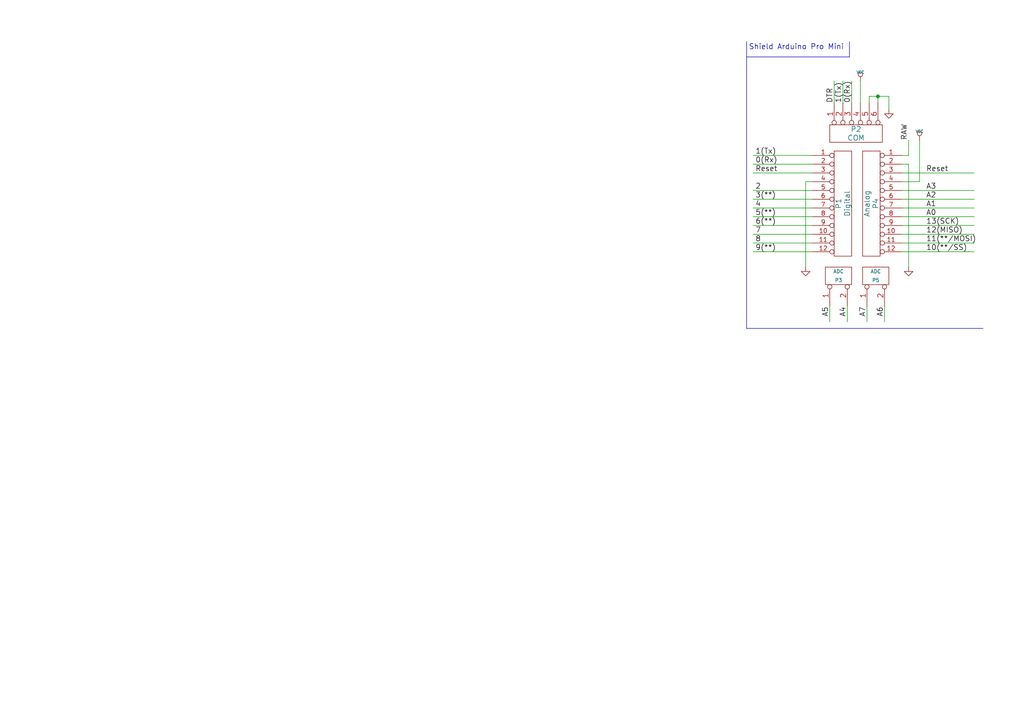
<source format=kicad_sch>
(kicad_sch (version 20230121) (generator eeschema)
  (paper "A4")
  (title_block (date "sam. 04 avril 2015"))
  (lib_symbols
    (symbol "Arduino_Pro_Mini-rescue:CONN_12" (pin_names (offset 1.016) hide)
      (property "Reference" "P" (at -1.27 0 90))
      (property "Value" "CONN_12" (at 1.27 0 90))
      (symbol "CONN_12_0_1"
        (rectangle (start -2.54 15.24) (end 2.54 -15.24))
      )
      (symbol "CONN_12_1_1"
        (pin passive inverted (at -8.89 13.97 0) (length 6.35) (name "P1") (number "1"))
        (pin passive inverted (at -8.89 -8.89 0) (length 6.35) (name "P10") (number "10"))
        (pin passive inverted (at -8.89 -11.43 0) (length 6.35) (name "P11") (number "11"))
        (pin passive inverted (at -8.89 -13.97 0) (length 6.35) (name "P12") (number "12"))
        (pin passive inverted (at -8.89 11.43 0) (length 6.35) (name "P2") (number "2"))
        (pin passive inverted (at -8.89 8.89 0) (length 6.35) (name "P3") (number "3"))
        (pin passive inverted (at -8.89 6.35 0) (length 6.35) (name "P4") (number "4"))
        (pin passive inverted (at -8.89 3.81 0) (length 6.35) (name "P5") (number "5"))
        (pin passive inverted (at -8.89 1.27 0) (length 6.35) (name "P6") (number "6"))
        (pin passive inverted (at -8.89 -1.27 0) (length 6.35) (name "P7") (number "7"))
        (pin passive inverted (at -8.89 -3.81 0) (length 6.35) (name "P8") (number "8"))
        (pin passive inverted (at -8.89 -6.35 0) (length 6.35) (name "P9") (number "9"))
      )
    )
    (symbol "Arduino_Pro_Mini-rescue:CONN_2" (pin_names (offset 1.016) hide)
      (property "Reference" "P" (at -1.27 0 90))
      (property "Value" "CONN_2" (at 1.27 0 90))
      (symbol "CONN_2_0_1"
        (rectangle (start -2.54 3.81) (end 2.54 -3.81))
      )
      (symbol "CONN_2_1_1"
        (pin passive inverted (at -8.89 2.54 0) (length 6.35) (name "P1") (number "1"))
        (pin passive inverted (at -8.89 -2.54 0) (length 6.35) (name "PM") (number "2"))
      )
    )
    (symbol "Arduino_Pro_Mini-rescue:CONN_6" (pin_names (offset 0.762) hide)
      (property "Reference" "P" (at -1.27 0 90))
      (property "Value" "CONN_6" (at 1.27 0 90))
      (symbol "CONN_6_0_1"
        (rectangle (start -2.54 7.62) (end 2.54 -7.62))
      )
      (symbol "CONN_6_1_1"
        (pin passive inverted (at -8.89 6.35 0) (length 6.35) (name "1") (number "1"))
        (pin passive inverted (at -8.89 3.81 0) (length 6.35) (name "2") (number "2"))
        (pin passive inverted (at -8.89 1.27 0) (length 6.35) (name "3") (number "3"))
        (pin passive inverted (at -8.89 -1.27 0) (length 6.35) (name "4") (number "4"))
        (pin passive inverted (at -8.89 -3.81 0) (length 6.35) (name "5") (number "5"))
        (pin passive inverted (at -8.89 -6.35 0) (length 6.35) (name "6") (number "6"))
      )
    )
    (symbol "Arduino_Pro_Mini-rescue:GND" (power) (pin_names (offset 0))
      (property "Value" "GND" (at 0 -3.81 0))
      (symbol "GND_0_1"
        (polyline (pts (xy 0 0) (xy 0 -1.27) (xy 1.27 -1.27) (xy 0 -2.54) (xy -1.27 -1.27) (xy 0 -1.27)))
      )
      (symbol "GND_1_1"
        (pin power_in line (at 0 0 270) (length 0) hide (name "GND") (number "1"))
      )
    )
    (symbol "Arduino_Pro_Mini-rescue:VCC" (power) (pin_names (offset 0))
      (property "Value" "VCC" (at 0 3.81 0))
      (symbol "VCC_0_1"
        (polyline (pts (xy 0 0) (xy 0 1.27)))
        (circle (center 0 1.905) (radius 0.635))
      )
      (symbol "VCC_1_1"
        (pin power_in line (at 0 0 90) (length 0) hide (name "VCC") (number "1"))
      )
    )
  )
  (junction (at 254.635 27.94))
  (wire (pts (xy 266.7 52.705) (xy 266.7 40.64)))
  (wire (pts (xy 235.585 45.085) (xy 218.44 45.085)))
  (wire (pts (xy 235.585 60.325) (xy 218.44 60.325)))
  (wire (pts (xy 247.015 29.845) (xy 247.015 23.495)))
  (wire (pts (xy 235.585 62.865) (xy 218.44 62.865)))
  (wire (pts (xy 244.475 29.845) (xy 244.475 23.495)))
  (wire (pts (xy 254.635 27.94) (xy 257.81 27.94)))
  (wire (pts (xy 235.585 67.945) (xy 218.44 67.945)))
  (wire (pts (xy 254.635 27.94) (xy 254.635 29.845)))
  (wire (pts (xy 249.555 29.845) (xy 249.555 23.495)))
  (wire (pts (xy 282.575 65.405) (xy 261.62 65.405)))
  (wire (pts (xy 235.585 65.405) (xy 218.44 65.405)))
  (wire (pts (xy 240.665 88.9) (xy 240.665 93.345)))
  (wire (pts (xy 235.585 70.485) (xy 218.44 70.485)))
  (polyline (pts (xy 216.535 16.51) (xy 246.38 16.51)))
  (wire (pts (xy 263.525 45.085) (xy 263.525 40.64)))
  (wire (pts (xy 245.745 88.9) (xy 245.745 93.345)))
  (wire (pts (xy 263.525 47.625) (xy 261.62 47.625)))
  (wire (pts (xy 282.575 57.785) (xy 261.62 57.785)))
  (wire (pts (xy 282.575 62.865) (xy 261.62 62.865)))
  (wire (pts (xy 282.575 70.485) (xy 261.62 70.485)))
  (wire (pts (xy 252.095 27.94) (xy 254.635 27.94)))
  (wire (pts (xy 235.585 57.785) (xy 218.44 57.785)))
  (polyline (pts (xy 246.38 16.51) (xy 246.38 12.065)))
  (wire (pts (xy 282.575 73.025) (xy 261.62 73.025)))
  (polyline (pts (xy 285.115 95.25) (xy 216.535 95.25)))
  (wire (pts (xy 263.525 77.47) (xy 263.525 47.625)))
  (wire (pts (xy 235.585 50.165) (xy 218.44 50.165)))
  (wire (pts (xy 235.585 73.025) (xy 218.44 73.025)))
  (wire (pts (xy 241.935 29.845) (xy 241.935 23.495)))
  (wire (pts (xy 282.575 67.945) (xy 261.62 67.945)))
  (wire (pts (xy 235.585 47.625) (xy 218.44 47.625)))
  (wire (pts (xy 282.575 55.245) (xy 261.62 55.245)))
  (polyline (pts (xy 216.535 95.25) (xy 216.535 12.065)))
  (wire (pts (xy 256.54 88.9) (xy 256.54 93.345)))
  (wire (pts (xy 261.62 45.085) (xy 263.525 45.085)))
  (wire (pts (xy 233.68 52.705) (xy 235.585 52.705)))
  (wire (pts (xy 282.575 50.165) (xy 261.62 50.165)))
  (wire (pts (xy 257.81 27.94) (xy 257.81 31.75)))
  (wire (pts (xy 235.585 55.245) (xy 218.44 55.245)))
  (wire (pts (xy 233.68 77.47) (xy 233.68 52.705)))
  (wire (pts (xy 251.46 88.9) (xy 251.46 93.345)))
  (wire (pts (xy 252.095 29.845) (xy 252.095 27.94)))
  (wire (pts (xy 282.575 60.325) (xy 261.62 60.325)))
  (wire (pts (xy 261.62 52.705) (xy 266.7 52.705)))
  (text "Shield Arduino Pro Mini \n" (at 217.17 14.605 0) (effects (font (size 1.524 1.524)) (justify left bottom)))
  (label "8" (at 219.075 70.485 0) (effects (font (size 1.524 1.524))))
  (label "A1" (at 268.605 60.325 0) (effects (font (size 1.524 1.524))))
  (label "11(**/MOSI)" (at 268.605 70.485 0) (effects (font (size 1.524 1.524))))
  (label "A7" (at 251.46 88.9 270) (effects (font (size 1.524 1.524))))
  (label "5(**)" (at 219.075 62.865 0) (effects (font (size 1.524 1.524))))
  (label "DTR" (at 241.935 29.845 90) (effects (font (size 1.524 1.524))))
  (label "A2" (at 268.605 57.785 0) (effects (font (size 1.524 1.524))))
  (label "13(SCK)" (at 268.605 65.405 0) (effects (font (size 1.524 1.524))))
  (label "A3" (at 268.605 55.245 0) (effects (font (size 1.524 1.524))))
  (label "A5" (at 240.665 88.9 270) (effects (font (size 1.524 1.524))))
  (label "10(**/SS)" (at 268.605 73.025 0) (effects (font (size 1.524 1.524))))
  (label "1(Tx)" (at 244.475 29.845 90) (effects (font (size 1.524 1.524))))
  (label "A6" (at 256.54 88.9 270) (effects (font (size 1.524 1.524))))
  (label "A4" (at 245.745 88.9 270) (effects (font (size 1.524 1.524))))
  (label "4" (at 219.075 60.325 0) (effects (font (size 1.524 1.524))))
  (label "9(**)" (at 219.075 73.025 0) (effects (font (size 1.524 1.524))))
  (label "3(**)" (at 219.075 57.785 0) (effects (font (size 1.524 1.524))))
  (label "0(Rx)" (at 247.015 29.845 90) (effects (font (size 1.524 1.524))))
  (label "12(MISO)" (at 268.605 67.945 0) (effects (font (size 1.524 1.524))))
  (label "2" (at 219.075 55.245 0) (effects (font (size 1.524 1.524))))
  (label "RAW" (at 263.525 40.64 90) (effects (font (size 1.524 1.524))))
  (label "1(Tx)" (at 219.075 45.085 0) (effects (font (size 1.524 1.524))))
  (label "Reset" (at 219.075 50.165 0) (effects (font (size 1.524 1.524))))
  (label "0(Rx)" (at 219.075 47.625 0) (effects (font (size 1.524 1.524))))
  (label "Reset" (at 268.605 50.165 0) (effects (font (size 1.524 1.524))))
  (label "6(**)" (at 219.075 65.405 0) (effects (font (size 1.524 1.524))))
  (label "A0" (at 268.605 62.865 0) (effects (font (size 1.524 1.524))))
  (label "7" (at 219.075 67.945 0) (effects (font (size 1.524 1.524))))
  (symbol (lib_id "Arduino_Pro_Mini-rescue:CONN_12") (at 244.475 59.055 0) (unit 1)
    (property "Reference" "P1" (at 243.205 59.055 90) (effects (font (size 1.524 1.524))))
    (property "Value" "Digital" (at 245.745 59.055 90) (effects (font (size 1.524 1.524))))
    (property "Footprint" "Socket_Arduino_Pro_Mini:Socket_Strip_Arduino_1x12" (effects hide))
  )
  (symbol (lib_id "Arduino_Pro_Mini-rescue:CONN_12") (at 252.73 59.055 0) (mirror y) (unit 1)
    (property "Reference" "P4" (at 254 59.055 90) (effects (font (size 1.524 1.524))))
    (property "Value" "Analog" (at 251.46 59.055 90) (effects (font (size 1.524 1.524))))
    (property "Footprint" "Socket_Arduino_Pro_Mini:Socket_Strip_Arduino_1x12" (effects hide))
  )
  (symbol (lib_id "Arduino_Pro_Mini-rescue:CONN_6") (at 248.285 38.735 90) (mirror x) (unit 1)
    (property "Reference" "P2" (at 248.285 37.465 90) (effects (font (size 1.524 1.524))))
    (property "Value" "COM" (at 248.285 40.005 90) (effects (font (size 1.524 1.524))))
    (property "Footprint" "Socket_Arduino_Pro_Mini:Socket_Strip_Arduino_1x06" (effects hide))
  )
  (symbol (lib_id "Arduino_Pro_Mini-rescue:GND") (at 233.68 77.47 0) (unit 1)
    (property "Reference" "#PWR01" (effects hide))
    (property "Value" "GND" (effects hide))
  )
  (symbol (lib_id "Arduino_Pro_Mini-rescue:GND") (at 263.525 77.47 0) (unit 1)
    (property "Reference" "#PWR02" (effects hide))
    (property "Value" "GND" (effects hide))
  )
  (symbol (lib_id "Arduino_Pro_Mini-rescue:VCC") (at 266.7 40.64 0) (unit 1)
    (property "Reference" "#PWR03" (effects hide))
    (property "Value" "VCC" (at 266.7 38.1 0) (effects (font (size 0.762 0.762))))
  )
  (symbol (lib_id "Arduino_Pro_Mini-rescue:GND") (at 257.81 31.75 0) (unit 1)
    (property "Reference" "#PWR04" (effects hide))
    (property "Value" "GND" (effects hide))
  )
  (symbol (lib_id "Arduino_Pro_Mini-rescue:VCC") (at 249.555 23.495 0) (unit 1)
    (property "Reference" "#PWR05" (effects hide))
    (property "Value" "VCC" (at 249.555 20.955 0) (effects (font (size 0.762 0.762))))
  )
  (symbol (lib_id "Arduino_Pro_Mini-rescue:CONN_2") (at 243.205 80.01 90) (unit 1)
    (property "Reference" "P3" (at 243.205 81.28 90) (effects (font (size 1.016 1.016))))
    (property "Value" "ADC" (at 243.205 78.74 90) (effects (font (size 1.016 1.016))))
    (property "Footprint" "Socket_Arduino_Pro_Mini:Socket_Strip_Arduino_1x02" (effects hide))
  )
  (symbol (lib_id "Arduino_Pro_Mini-rescue:CONN_2") (at 254 80.01 90) (unit 1)
    (property "Reference" "P5" (at 254 81.28 90) (effects (font (size 1.016 1.016))))
    (property "Value" "ADC" (at 254 78.74 90) (effects (font (size 1.016 1.016))))
    (property "Footprint" "Socket_Arduino_Pro_Mini:Socket_Strip_Arduino_1x02" (effects hide))
  )
)
</source>
